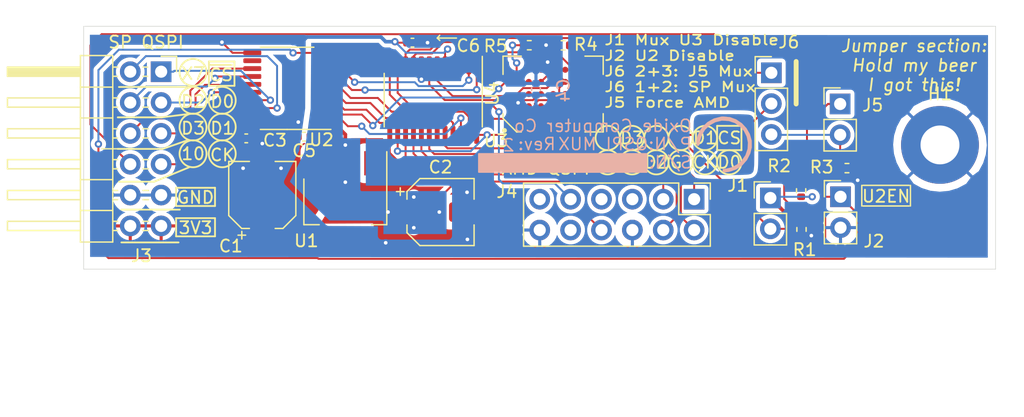
<source format=kicad_pcb>
(kicad_pcb (version 20221018) (generator pcbnew)
  (layers (0 "F.Cu" signal) (31 "B.Cu" signal) (34 "B.Paste" user) (35 "F.Paste" user) (36 "B.SilkS" user "B.Silkscreen") (37 "F.SilkS" user "F.Silkscreen") (38 "B.Mask" user) (39 "F.Mask" user) (44 "Edge.Cuts" user))
  (net 0 "")
  (net 1 "GNDREF")
  (net 2 "+3V3")
  (net 3 "+1V8")
  (net 4 "/~{SPI_MUX_EN_L}")
  (net 5 "/SP_TRANS_EN")
  (net 6 "/SP_QSPI_XTRA10")
  (net 7 "/SP_QSPI_CLK")
  (net 8 "/SP_QSPI_IO3")
  (net 9 "/SP_QSPI_IO1")
  (net 10 "/SP_QSPI_IO2")
  (net 11 "/SP_QSPI_IO0")
  (net 12 "/SP_QSPI_XTRA7")
  (net 13 "/~{SP_QSPI_CS}")
  (net 14 "Net-(J4-Pad11)")
  (net 15 "Net-(J4-Pad10)")
  (net 16 "/SP3_QSPI_IO3")
  (net 17 "/SP3_QSPI_IO2")
  (net 18 "Net-(J4-Pad7)")
  (net 19 "Net-(J4-Pad5)")
  (net 20 "/SP3_QSPI_CLK")
  (net 21 "/SP3_QSPI_IO1")
  (net 22 "/SP3_QSPI_IO0")
  (net 23 "/~{SP3_QSPI_CS}")
  (net 24 "/MANUAL_MUX_SELECT")
  (net 25 "/FLASH_MUX_SELECT")
  (net 26 "/SPI_FLASH_DQ3")
  (net 27 "/~{SP_FLASH_RESET_L_1V8}")
  (net 28 "/SP_FLASH_DQ3_1V8")
  (net 29 "/SP_FLASH_DQ2_1V8")
  (net 30 "/SP_FLASH_DQ1_1V8")
  (net 31 "/SP_FLASH_DQ0_1V8")
  (net 32 "/~{SP_FLASH_CS_L_1V8}")
  (net 33 "/SP_FLASH_CLK_1V8")
  (net 34 "/SPI_FLASH_CLK")
  (net 35 "/~{SPI_FLASH_CS_L}")
  (net 36 "/SPI_FLASH_D0")
  (net 37 "/SPI_FLASH_DQ1")
  (net 38 "/SPI_FLASH_DQ2")
  (net 39 "Net-(U3-Pad3)")
  (net 40 "Net-(U4-PadE5)")
  (net 41 "Net-(U4-PadD5)")
  (net 42 "Net-(U4-PadC5)")
  (net 43 "Net-(U4-PadB5)")
  (net 44 "Net-(U4-PadA5)")
  (net 45 "Net-(U4-PadE4)")
  (net 46 "Net-(U4-PadE3)")
  (net 47 "Net-(U4-PadC3)")
  (net 48 "Net-(U4-PadA3)")
  (net 49 "Net-(U4-PadE2)")
  (net 50 "Net-(U4-PadA2)")
  (net 51 "Net-(U4-PadE1)")
  (net 52 "Net-(U4-PadD1)")
  (net 53 "Net-(U4-PadC1)")
  (net 54 "Net-(U4-PadB1)")
  (net 55 "Net-(U2-Pad12)")
  (net 56 "Net-(U2-Pad9)")
  (footprint "pmod:PMOD_12pin_peripheral_horizontal" (layer "F.Cu") (at 94.94 93.74)
    (fp_text reference "J3")
    (fp_text value "QSPI PMOD")
  )
  (footprint "Package_SO:TSSOP-24_4.4x7.8mm_P0.65mm" (layer "F.Cu") (at 128.75 96.08 -90)
    (fp_text reference "U3")
    (fp_text value "TS3A27518EPW")
  )
  (footprint "Capacitor_SMD:C_0402_1005Metric" (layer "F.Cu") (at 127.04 91.35 180)
    (fp_text reference "C6")
    (fp_text value "1uF")
  )
  (footprint "Connector_PinHeader_2.54mm:PinHeader_2x06_P2.54mm_Vertical" (layer "F.Cu") (at 150.21 104.24 -90)
    (fp_text reference "J4")
    (fp_text value "Connector_Generic_Conn_02x06_Top_Bottom")
  )
  (footprint "Capacitor_SMD:CP_Elec_5x5.3" (layer "F.Cu") (at 129.35 105.3)
    (fp_text reference "C2")
    (fp_text value "10uF")
  )
  (footprint "Capacitor_SMD:CP_Elec_5x5.3" (layer "F.Cu") (at 114.69 103.89 90)
    (fp_text reference "C1")
    (fp_text value "10uF")
  )
  (footprint "Resistor_SMD:R_0402_1005Metric" (layer "F.Cu") (at 159.01 103.53 90)
    (fp_text reference "R2")
    (fp_text value "10k")
  )
  (footprint "Resistor_SMD:R_0402_1005Metric" (layer "F.Cu") (at 136.65 91.56 180)
    (fp_text reference "R5")
    (fp_text value "10k")
  )
  (footprint "Connector_PinHeader_2.54mm:PinHeader_1x02_P2.54mm_Vertical" (layer "F.Cu") (at 162.25 104.04)
    (fp_text reference "J2")
    (fp_text value "Conn_01x02")
  )
  (footprint "Connector_PinHeader_2.54mm:PinHeader_1x02_P2.54mm_Vertical" (layer "F.Cu") (at 162.22 96.4)
    (fp_text reference "J5")
    (fp_text value "Conn_01x02")
  )
  (footprint "Resistor_SMD:R_0402_1005Metric" (layer "F.Cu") (at 159.04 106.73 -90)
    (fp_text reference "R1")
    (fp_text value "10k")
  )
  (footprint "Connector_PinHeader_2.54mm:PinHeader_1x02_P2.54mm_Vertical" (layer "F.Cu") (at 156.48 104.14)
    (fp_text reference "J1")
    (fp_text value "Conn_01x02")
  )
  (footprint "Connector_PinHeader_2.54mm:PinHeader_1x03_P2.54mm_Vertical" (layer "F.Cu") (at 156.56 93.83)
    (fp_text reference "J6")
    (fp_text value "Conn_01x03")
  )
  (footprint "Capacitor_SMD:C_0402_1005Metric" (layer "F.Cu") (at 118.13 99.09 180)
    (fp_text reference "C5")
    (fp_text value "1uF")
  )
  (footprint "MountingHole:MountingHole_3.2mm_M3_Pad" (layer "F.Cu") (at 170.43 99.77)
    (fp_text reference "H1")
    (fp_text value "MountingHole_Pad")
  )
  (footprint "Capacitor_SMD:C_0402_1005Metric" (layer "F.Cu") (at 113.37 99.23)
    (fp_text reference "C3")
    (fp_text value "1uF")
  )
  (footprint "Resistor_SMD:R_0402_1005Metric" (layer "F.Cu") (at 162.78 101.68)
    (fp_text reference "R3")
    (fp_text value "10k")
  )
  (footprint "Package_TO_SOT_SMD:SOT-223" (layer "F.Cu") (at 121.52 104.43 -90)
    (fp_text reference "U1")
    (fp_text value "LM1117-1.8")
  )
  (footprint "Resistor_SMD:R_0402_1005Metric" (layer "F.Cu") (at 139.43 91.57)
    (fp_text reference "R4")
    (fp_text value "10k")
  )
  (footprint "Package_SO:TSSOP-20_4.4x6.5mm_P0.65mm" (layer "F.Cu") (at 116.73 95.11 180)
    (fp_text reference "U2")
    (fp_text value "ADG3308BRUZ")
  )
  (footprint "spimux:BGA-25_5x5_6.0x8.0mm" (layer "F.Cu") (at 138.61 95.58 90)
    (fp_text reference "U4")
    (fp_text value "MT25QU256ABA8E12")
  )
  (footprint "Capacitor_SMD:C_0402_1005Metric" (layer "B.Cu") (at 137.2 95.19 -90)
    (fp_text reference "C4")
    (fp_text value "1uF")
  )
  (footprint "grumpy:Oxide_Board_Identifier_23x6mm" (layer "B.Cu") (at 152.7 99.7 180)
    (fp_text reference "G***" hide)
    (fp_text value "QSPI MUX")
  )
  (gr_circle (center 149.1 101.2) (end 150.1 101.2) (stroke (width 0.15)) (fill none) (layer "F.SilkS"))
  (gr_circle (center 143.1 101.2) (end 144.1 101.2) (stroke (width 0.15)) (fill none) (layer "F.SilkS"))
  (gr_circle (center 145.1 99.2) (end 146.1 99.2) (stroke (width 0.15)) (fill none) (layer "F.SilkS"))
  (gr_circle (center 151.1 101.2) (end 152.1 101.2) (stroke (width 0.15)) (fill none) (layer "F.SilkS"))
  (gr_circle (center 151.1 99.2) (end 152.1 99.2) (stroke (width 0.15)) (fill none) (layer "F.SilkS"))
  (gr_circle (center 147.1 99.2) (end 148.1 99.2) (stroke (width 0.15)) (fill none) (layer "F.SilkS"))
  (gr_circle (center 143.1 99.2) (end 144.1 99.2) (stroke (width 0.15)) (fill none) (layer "F.SilkS"))
  (gr_circle (center 153.1 101.2) (end 154.1 101.2) (stroke (width 0.15)) (fill none) (layer "F.SilkS"))
  (gr_circle (center 145.1 101.2) (end 146.1 101.2) (stroke (width 0.15)) (fill none) (layer "F.SilkS"))
  (gr_circle (center 147.1 101.2) (end 148.1 101.2) (stroke (width 0.15)) (fill none) (layer "F.SilkS"))
  (gr_circle (center 149.1 99.2) (end 150.1 99.2) (stroke (width 0.15)) (fill none) (layer "F.SilkS"))
  (gr_line (start 154.1 98.2) (end 152.1 98.2) (stroke (width 0.15)) (layer "F.SilkS"))
  (gr_line (start 164 104.8) (end 164 103.1) (stroke (width 0.12)) (layer "F.SilkS"))
  (gr_line (start 112.4 92.9) (end 110.3 92.9) (stroke (width 0.15)) (layer "F.SilkS"))
  (gr_circle (center 111.393774 98.3) (end 112.5 98.4) (stroke (width 0.15)) (fill none) (layer "F.SilkS"))
  (gr_circle (center 108.993774 100.5) (end 110.1 100.6) (stroke (width 0.15)) (fill none) (layer "F.SilkS"))
  (gr_circle (center 111.393774 100.5) (end 112.5 100.6) (stroke (width 0.15)) (fill none) (layer "F.SilkS"))
  (gr_line (start 110.8 105.8) (end 110.8 107.3) (stroke (width 0.15)) (layer "F.SilkS"))
  (gr_line (start 110.8 107.3) (end 107.6 107.3) (stroke (width 0.15)) (layer "F.SilkS"))
  (gr_line (start 107.6 107.3) (end 107.6 105.8) (stroke (width 0.15)) (layer "F.SilkS"))
  (gr_line (start 107.6 105.8) (end 110.8 105.8) (stroke (width 0.15)) (layer "F.SilkS"))
  (gr_line (start 102.8 97.5) (end 106.4 97.5) (stroke (width 0.15)) (layer "F.SilkS"))
  (gr_line (start 102.9 102.8) (end 105.8 102.8) (stroke (width 0.15)) (layer "F.SilkS"))
  (gr_line (start 130.66 90.97) (end 129.08 90.97) (stroke (width 0.12)) (layer "F.SilkS"))
  (gr_line (start 102.8 100.1) (end 106.5 100.1) (stroke (width 0.15)) (layer "F.SilkS"))
  (gr_circle (center 108.993774 93.8) (end 110.1 93.9) (stroke (width 0.15)) (fill none) (layer "F.SilkS"))
  (gr_line (start 103.1 107.8) (end 107.8 107.8) (stroke (width 0.15)) (layer "F.SilkS"))
  (gr_line (start 107.6 103.3) (end 110.8 103.3) (stroke (width 0.15)) (layer "F.SilkS"))
  (gr_line (start 103.1 105.1) (end 107.9 105.1) (stroke (width 0.15)) (layer "F.SilkS"))
  (gr_line (start 110.3 94.9) (end 112.4 94.9) (stroke (width 0.15)) (layer "F.SilkS"))
  (gr_line (start 110.3 92.9) (end 110.3 94.9) (stroke (width 0.15)) (layer "F.SilkS"))
  (gr_line (start 152.1 98.2) (end 152.1 100.2) (stroke (width 0.15)) (layer "F.SilkS"))
  (gr_circle (center 111.393774 96.1) (end 112.5 96.2) (stroke (width 0.15)) (fill none) (layer "F.SilkS"))
  (gr_circle (center 108.993774 98.3) (end 110.1 98.4) (stroke (width 0.15)) (fill none) (layer "F.SilkS"))
  (gr_line (start 164.1 103.1) (end 167.9 103.1) (stroke (width 0.12)) (layer "F.SilkS"))
  (gr_line (start 152.1 100.2) (end 154.1 100.2) (stroke (width 0.15)) (layer "F.SilkS"))
  (gr_line (start 168 103.1) (end 168 104.8) (stroke (width 0.12)) (layer "F.SilkS"))
  (gr_line (start 106.5 100.1) (end 108.5 99.4) (stroke (width 0.15)) (layer "F.SilkS"))
  (gr_line (start 158.6 92.9) (end 158.6 96.4) (stroke (width 0.4)) (layer "F.SilkS"))
  (gr_line (start 107.6 104.8) (end 107.6 103.3) (stroke (width 0.15)) (layer "F.SilkS"))
  (gr_circle (center 108.993774 96.1) (end 110.1 96.2) (stroke (width 0.15)) (fill none) (layer "F.SilkS"))
  (gr_line (start 112.4 94.9) (end 112.4 92.9) (stroke (width 0.15)) (layer "F.SilkS"))
  (gr_line (start 154.1 100.2) (end 154.1 98.2) (stroke (width 0.15)) (layer "F.SilkS"))
  (gr_line (start 129.08 90.97) (end 129.29 91.17) (stroke (width 0.12)) (layer "F.SilkS"))
  (gr_line (start 105.8 102.8) (end 108.7 101.6) (stroke (width 0.15)) (layer "F.SilkS"))
  (gr_line (start 110.8 103.3) (end 110.8 104.8) (stroke (width 0.15)) (layer "F.SilkS"))
  (gr_line (start 102.9 95) (end 108.993774 94.989264) (stroke (width 0.15)) (layer "F.SilkS"))
  (gr_line (start 106.4 97.5) (end 108.8 97.2) (stroke (width 0.15)) (layer "F.SilkS"))
  (gr_line (start 110.8 104.8) (end 107.6 104.8) (stroke (width 0.15)) (layer "F.SilkS"))
  (gr_line (start 129.08 90.97) (end 129.28 90.74) (stroke (width 0.12)) (layer "F.SilkS"))
  (gr_line (start 167.9 104.8) (end 164.1 104.8) (stroke (width 0.12)) (layer "F.SilkS"))
  (gr_line (start 175 90) (end 100 90) (stroke (width 0.05)) (layer "Edge.Cuts"))
  (gr_line (start 175 90) (end 175 110) (stroke (width 0.05)) (layer "Edge.Cuts"))
  (gr_line (start 175 110) (end 100 110) (stroke (width 0.05)) (layer "Edge.Cuts"))
  (gr_line (start 100 90) (end 100 110) (stroke (width 0.05)) (layer "Edge.Cuts"))
  (gr_text "D3" (at 145.1 99.2) (layer "F.SilkS") (effects (font (size 1 1))))
  (gr_text "CK" (at 151.1 101.2) (layer "F.SilkS") (effects (font (size 1 1))))
  (gr_text "CS" (at 153.1 99.2) (layer "F.SilkS") (effects (font (size 1 1))))
  (gr_text "G " (at 143.1 101.2) (layer "F.SilkS") (effects (font (size 1 1))))
  (gr_text "D1" (at 151.1 99.2) (layer "F.SilkS") (effects (font (size 1 1))))
  (gr_text "G " (at 149.1 101.2) (layer "F.SilkS") (effects (font (size 1 1))))
  (gr_text "D2" (at 147.1 101.2) (layer "F.SilkS") (effects (font (size 1 1))))
  (gr_text "D0" (at 153.1 101.2) (layer "F.SilkS") (effects (font (size 1 1))))
  (gr_text "J1 Mux U3 Disable\nJ2 U2 Disable\nJ6 2+3: J5 Mux\nJ6 1+2: SP Mux\nJ5 Force AMD\n" (at 142.74 93.71) (layer "F.SilkS") (effects (font (size 0.8 1)) (justify left)))
  (gr_text "D1" (at 111.4 98.4) (layer "F.SilkS") (effects (font (size 1 1))))
  (gr_text "3V3" (at 109.2 106.6) (layer "F.SilkS") (effects (font (size 1 1))))
  (gr_text "GND" (at 109.2 104.1) (layer "F.SilkS") (effects (font (size 1 1))))
  (gr_text "Jumper section:\nHold my beer\nI got this!" (at 168.3 93.22) (layer "F.SilkS") (effects (font (size 1 1) (thickness 0.15) italic)))
  (gr_text "10" (at 109 100.5) (layer "F.SilkS") (effects (font (size 1 1))))
  (gr_text "D2" (at 109 96.2) (layer "F.SilkS") (effects (font (size 1 1))))
  (gr_text "SP QSPI" (at 105.13 91.31) (layer "F.SilkS") (effects (font (size 1 1))))
  (gr_text "CK" (at 111.4 100.6) (layer "F.SilkS") (effects (font (size 1 1))))
  (gr_text "~{CS}" (at 111.3 94) (layer "F.SilkS") (effects (font (size 1 1))))
  (gr_text "U2EN" (at 166 104) (layer "F.SilkS") (effects (font (size 1 1))))
  (gr_text "D3" (at 109 98.4) (layer "F.SilkS") (effects (font (size 1 1))))
  (gr_text "X7" (at 109 93.9) (layer "F.SilkS") (effects (font (size 1 1))))
  (gr_text "D0" (at 111.4 96.2) (layer "F.SilkS") (effects (font (size 1 1))))
  (gr_text "AMD QSPI" (at 138 101.7) (layer "F.SilkS") (effects (font (size 1 1))))
  (segment (start 159.04 107.24) (end 159.85 107.24) (width 0.16) (layer "F.Cu") (net 1))
  (segment (start 125.68 91.35) (end 125.6 91.27) (width 0.16) (layer "F.Cu") (net 1))
  (segment (start 112.245 92.185) (end 111.37 91.31) (width 0.16) (layer "F.Cu") (net 1))
  (segment (start 163.29 102.31) (end 163.66 102.68) (width 0.16) (layer "F.Cu") (net 1))
  (segment (start 137.61 95.58) (end 137.452494 95.58) (width 0.16) (layer "F.Cu") (net 1))
  (segment (start 114.69 101.69) (end 113.11 101.69) (width 0.3) (layer "F.Cu") (net 1))
  (segment (start 114.69 101.69) (end 116.23 101.69) (width 0.3) (layer "F.Cu") (net 1))
  (segment (start 163.29 101.68) (end 163.29 102.31) (width 0.16) (layer "F.Cu") (net 1))
  (segment (start 117.65 99.09) (end 117.65 97.89) (width 0.16) (layer "F.Cu") (net 1))
  (segment (start 135.95 96.08) (end 135.73 96.3) (width 0.16) (layer "F.Cu") (net 1))
  (segment (start 129.725 92.085) (end 129.93 91.88) (width 0.16) (layer "F.Cu") (net 1))
  (segment (start 114.69 101.69) (end 114.69 99.66) (width 0.3) (layer "F.Cu") (net 1))
  (segment (start 113.85 99.23) (end 114.26 99.23) (width 0.16) (layer "F.Cu") (net 1))
  (segment (start 129.725 93.2175) (end 129.725 92.085) (width 0.16) (layer "F.Cu") (net 1))
  (segment (start 114.26 99.23) (end 114.69 99.66) (width 0.16) (layer "F.Cu") (net 1))
  (segment (start 113.8675 92.185) (end 112.245 92.185) (width 0.16) (layer "F.Cu") (net 1))
  (segment (start 126.56 91.35) (end 125.68 91.35) (width 0.16) (layer "F.Cu") (net 1))
  (segment (start 136.952494 96.08) (end 135.95 96.08) (width 0.16) (layer "F.Cu") (net 1))
  (segment (start 137.452494 95.58) (end 136.952494 96.08) (width 0.16) (layer "F.Cu") (net 1))
  (via (at 163.66 102.68) (size 0.6) (drill 0.3) (layers "F.Cu" "B.Cu") (net 1))
  (via (at 159.85 107.24) (size 0.6) (drill 0.3) (layers "F.Cu" "B.Cu") (net 1))
  (via (at 111.37 91.31) (size 0.6) (drill 0.3) (layers "F.Cu" "B.Cu") (net 1))
  (via (at 113.11 101.69) (size 0.6) (drill 0.3) (layers "F.Cu" "B.Cu") (net 1))
  (via (at 131.53 103.67) (size 0.6) (drill 0.3) (layers "F.Cu" "B.Cu") (net 1))
  (via (at 114.69 99.66) (size 0.6) (drill 0.3) (layers "F.Cu" "B.Cu") (net 1))
  (via (at 129.93 91.88) (size 0.6) (drill 0.3) (layers "F.Cu" "B.Cu") (net 1))
  (via (at 124.84 107.83) (size 0.6) (drill 0.3) (layers "F.Cu" "B.Cu") (net 1))
  (via (at 135.73 96.3) (size 0.6) (drill 0.3) (layers "F.Cu" "B.Cu") (net 1))
  (via (at 116.23 101.69) (size 0.6) (drill 0.3) (layers "F.Cu" "B.Cu") (net 1))
  (via (at 131.56 107.55) (size 0.6) (drill 0.3) (layers "F.Cu" "B.Cu") (net 1))
  (via (at 117.65 97.89) (size 0.6) (drill 0.3) (layers "F.Cu" "B.Cu") (net 1))
  (via (at 125.6 91.27) (size 0.6) (drill 0.3) (layers "F.Cu" "B.Cu") (net 1))
  (segment (start 118.355001 90.884999) (end 124.454999 90.884999) (width 0.3) (layer "B.Cu") (net 1))
  (segment (start 125.6 91.27) (end 126.509999 92.179999) (width 0.16) (layer "B.Cu") (net 1))
  (segment (start 129.630001 92.179999) (end 129.93 91.88) (width 0.16) (layer "B.Cu") (net 1))
  (segment (start 117.88 91.36) (end 118.355001 90.884999) (width 0.3) (layer "B.Cu") (net 1))
  (segment (start 124.84 91.27) (end 125.6 91.27) (width 0.3) (layer "B.Cu") (net 1))
  (segment (start 124.454999 90.884999) (end 124.84 91.27) (width 0.3) (layer "B.Cu") (net 1))
  (segment (start 126.509999 92.179999) (end 129.630001 92.179999) (width 0.16) (layer "B.Cu") (net 1))
  (segment (start 113.77 98.67) (end 113.8675 98.5725) (width 0.16) (layer "F.Cu") (net 2))
  (segment (start 116.814998 106.09) (end 119.379999 108.655001) (width 0.16) (layer "F.Cu") (net 2))
  (segment (start 113.01 98.67) (end 113.77 98.67) (width 0.16) (layer "F.Cu") (net 2))
  (segment (start 158.39 104.99) (end 157.62 104.22) (width 0.16) (layer "F.Cu") (net 2))
  (segment (start 160.37 104.99) (end 158.39 104.99) (width 0.16) (layer "F.Cu") (net 2))
  (segment (start 157.62 104.22) (end 157.62 102.25) (width 0.16) (layer "F.Cu") (net 2))
  (segment (start 160.99 107.856706) (end 160.99 105.61) (width 0.16) (layer "F.Cu") (net 2))
  (segment (start 119.544999 108.820001) (end 119.554998 108.83) (width 0.16) (layer "F.Cu") (net 2))
  (segment (start 119.379999 108.772001) (end 119.427999 108.820001) (width 0.16) (layer "F.Cu") (net 2))
  (segment (start 159.49 98.12) (end 161.21 96.4) (width 0.16) (layer "F.Cu") (net 2))
  (segment (start 112.89 98.79) (end 113.01 98.67) (width 0.16) (layer "F.Cu") (net 2))
  (segment (start 161.21 96.4) (end 162.22 96.4) (width 0.16) (layer "F.Cu") (net 2))
  (segment (start 160.99 105.61) (end 160.37 104.99) (width 0.16) (layer "F.Cu") (net 2))
  (segment (start 113.8675 98.5725) (end 113.8675 98.035) (width 0.16) (layer "F.Cu") (net 2))
  (segment (start 112.89 99.23) (end 112.89 98.79) (width 0.16) (layer "F.Cu") (net 2))
  (segment (start 119.427999 108.820001) (end 119.544999 108.820001) (width 0.16) (layer "F.Cu") (net 2))
  (segment (start 157.62 102.25) (end 159.49 100.38) (width 0.16) (layer "F.Cu") (net 2))
  (segment (start 160.016706 108.83) (end 160.99 107.856706) (width 0.16) (layer "F.Cu") (net 2))
  (segment (start 119.554998 108.83) (end 160.016706 108.83) (width 0.16) (layer "F.Cu") (net 2))
  (segment (start 159.49 100.38) (end 159.49 98.12) (width 0.16) (layer "F.Cu") (net 2))
  (segment (start 119.379999 108.655001) (end 119.379999 108.772001) (width 0.16) (layer "F.Cu") (net 2))
  (segment (start 127.52 91.35) (end 128.28 91.35) (width 0.16) (layer "F.Cu") (net 3))
  (segment (start 156.48 104.14) (end 157.81 105.47) (width 0.3) (layer "F.Cu") (net 3))
  (segment (start 160.569989 105.939989) (end 160.569989 107.725159) (width 0.3) (layer "F.Cu") (net 3))
  (segment (start 159.01 104.04) (end 159.92 104.04) (width 0.16) (layer "F.Cu") (net 3))
  (segment (start 129.25 104.15) (end 129.25 105.3) (width 0.16) (layer "F.Cu") (net 3))
  (segment (start 121.52 99.78) (end 121.52 98.91) (width 0.3) (layer "F.Cu") (net 3))
  (segment (start 138.91 91.56) (end 138.040033 91.56) (width 0.5) (layer "F.Cu") (net 3))
  (segment (start 127.15 105.3) (end 125.03 105.3) (width 0.3) (layer "F.Cu") (net 3))
  (segment (start 120.645 98.035) (end 119.5925 98.035) (width 0.3) (layer "F.Cu") (net 3))
  (segment (start 137.61 94.58) (end 138.12 94.07) (width 0.16) (layer "F.Cu") (net 3))
  (segment (start 133.71 103.61) (end 133.22 103.12) (width 0.16) (layer "F.Cu") (net 3))
  (segment (start 160.1 105.47) (end 160.569989 105.939989) (width 0.3) (layer "F.Cu") (net 3))
  (segment (start 121.52 101.28) (end 121.52 99.78) (width 0.3) (layer "F.Cu") (net 3))
  (segment (start 133.71 108.29) (end 133.71 103.61) (width 0.16) (layer "F.Cu") (net 3))
  (segment (start 130.28 103.12) (end 129.25 104.15) (width 0.16) (layer "F.Cu") (net 3))
  (segment (start 137.16 91.56) (end 138.019967 91.56) (width 0.5) (layer "F.Cu") (net 3))
  (segment (start 127.15 105.3) (end 127.15 104.06) (width 0.3) (layer "F.Cu") (net 3))
  (segment (start 160.569989 107.725159) (end 159.990147 108.305001) (width 0.3) (layer "F.Cu") (net 3))
  (segment (start 121.52 98.91) (end 120.645 98.035) (width 0.3) (layer "F.Cu") (net 3))
  (segment (start 159.990147 108.305001) (end 133.725001 108.305001) (width 0.3) (layer "F.Cu") (net 3))
  (segment (start 138.019967 91.56) (end 138.03 91.549967) (width 0.5) (layer "F.Cu") (net 3))
  (segment (start 138.12 94.07) (end 138.12 92.99) (width 0.16) (layer "F.Cu") (net 3))
  (segment (start 121.52 101.28) (end 121.52 102.84) (width 0.3) (layer "F.Cu") (net 3))
  (segment (start 118.61 99.09) (end 120.23 99.09) (width 0.16) (layer "F.Cu") (net 3))
  (segment (start 127.775 93.2175) (end 127.775 94.365022) (width 0.16) (layer "F.Cu") (net 3))
  (segment (start 127.15 105.3) (end 129.25 105.3) (width 0.3) (layer "F.Cu") (net 3))
  (segment (start 157.81 105.47) (end 160.1 105.47) (width 0.3) (layer "F.Cu") (net 3))
  (segment (start 127.15 105.3) (end 127.15 106.59) (width 0.3) (layer "F.Cu") (net 3))
  (segment (start 120.23 99.09) (end 120.92 99.78) (width 0.16) (layer "F.Cu") (net 3))
  (segment (start 133.22 103.12) (end 130.28 103.12) (width 0.16) (layer "F.Cu") (net 3))
  (segment (start 120.92 99.78) (end 121.52 99.78) (width 0.16) (layer "F.Cu") (net 3))
  (segment (start 138.040033 91.56) (end 138.03 91.549967) (width 0.5) (layer "F.Cu") (net 3))
  (via (at 128.28 91.35) (size 0.6) (drill 0.3) (layers "F.Cu" "B.Cu") (net 3))
  (via (at 121.52 102.84) (size 0.6) (drill 0.3) (layers "F.Cu" "B.Cu") (net 3))
  (via (at 121.52 99.78) (size 0.6) (drill 0.3) (layers "F.Cu" "B.Cu") (net 3))
  (via (at 127.775 94.365022) (size 0.6) (drill 0.3) (layers "F.Cu" "B.Cu") (net 3))
  (via (at 138.160011 92.949989) (size 0.6) (drill 0.3) (layers "F.Cu" "B.Cu") (net 3))
  (via (at 159.92 104.04) (size 0.6) (drill 0.3) (layers "F.Cu" "B.Cu") (net 3))
  (via (at 127.15 104.06) (size 0.6) (drill 0.3) (layers "F.Cu" "B.Cu") (net 3))
  (via (at 129.25 105.3) (size 0.6) (drill 0.3) (layers "F.Cu" "B.Cu") (net 3))
  (via (at 138.03 91.549967) (size 0.6) (drill 0.3) (layers "F.Cu" "B.Cu") (net 3))
  (via (at 125.03 105.3) (size 0.6) (drill 0.3) (layers "F.Cu" "B.Cu") (net 3))
  (via (at 127.15 106.59) (size 0.6) (drill 0.3) (layers "F.Cu" "B.Cu") (net 3))
  (segment (start 159.92 104.04) (end 156.58 104.04) (width 0.16) (layer "B.Cu") (net 3))
  (segment (start 138.035001 91.565001) (end 138.035001 92.824979) (width 0.5) (layer "B.Cu") (net 3))
  (segment (start 149.85 100.05) (end 156.48 106.68) (width 0.16) (layer "F.Cu") (net 4))
  (segment (start 156.48 106.68) (end 157.74 106.68) (width 0.16) (layer "F.Cu") (net 4))
  (segment (start 129.725 98.9425) (end 129.725 99.845) (width 0.16) (layer "F.Cu") (net 4))
  (segment (start 129.93 100.05) (end 149.85 100.05) (width 0.16) (layer "F.Cu") (net 4))
  (segment (start 158.2 106.22) (end 159.04 106.22) (width 0.16) (layer "F.Cu") (net 4))
  (segment (start 157.74 106.68) (end 158.2 106.22) (width 0.16) (layer "F.Cu") (net 4))
  (segment (start 129.725 99.845) (end 129.93 100.05) (width 0.16) (layer "F.Cu") (net 4))
  (segment (start 162.25 104.04) (end 161.04 104.04) (width 0.16) (layer "F.Cu") (net 5))
  (segment (start 101.21 108.27) (end 102.03001 109.09001) (width 0.16) (layer "F.Cu") (net 5))
  (segment (start 101.21 99.7) (end 101.21 108.27) (width 0.16) (layer "F.Cu") (net 5))
  (segment (start 117.22 92.19) (end 119.5875 92.19) (width 0.16) (layer "F.Cu") (net 5))
  (segment (start 163.61 108.07) (end 163.61 105.4) (width 0.16) (layer "F.Cu") (net 5))
  (segment (start 119.245445 109.09001) (end 119.305446 109.150011) (width 0.16) (layer "F.Cu") (net 5))
  (segment (start 102.03001 109.09001) (end 119.245445 109.09001) (width 0.16) (layer "F.Cu") (net 5))
  (segment (start 160.02 103.02) (end 159.01 103.02) (width 0.16) (layer "F.Cu") (net 5))
  (segment (start 163.61 105.4) (end 162.25 104.04) (width 0.16) (layer "F.Cu") (net 5))
  (segment (start 161.04 104.04) (end 160.02 103.02) (width 0.16) (layer "F.Cu") (net 5))
  (segment (start 119.305446 109.150011) (end 162.529989 109.150011) (width 0.16) (layer "F.Cu") (net 5))
  (segment (start 162.529989 109.150011) (end 163.61 108.07) (width 0.16) (layer "F.Cu") (net 5))
  (via (at 117.22 92.19) (size 0.6) (drill 0.3) (layers "F.Cu" "B.Cu") (net 5))
  (via (at 101.21 99.7) (size 0.6) (drill 0.3) (layers "F.Cu" "B.Cu") (net 5))
  (segment (start 116.96 91.93) (end 117.22 92.19) (width 0.16) (layer "B.Cu") (net 5))
  (segment (start 102.89 91.93) (end 116.96 91.93) (width 0.16) (layer "B.Cu") (net 5))
  (segment (start 101.21 93.61) (end 102.89 91.93) (width 0.16) (layer "B.Cu") (net 5))
  (segment (start 101.21 99.7) (end 101.21 93.61) (width 0.16) (layer "B.Cu") (net 5))
  (segment (start 151.84 90.65) (end 155.02 93.83) (width 0.16) (layer "F.Cu") (net 6))
  (segment (start 155.02 93.83) (end 156.56 93.83) (width 0.16) (layer "F.Cu") (net 6))
  (segment (start 101.48 90.65) (end 151.84 90.65) (width 0.16) (layer "F.Cu") (net 6))
  (segment (start 100.55 98.08) (end 100.55 91.58) (width 0.16) (layer "F.Cu") (net 6))
  (segment (start 103.83 101.36) (end 100.55 98.08) (width 0.16) (layer "F.Cu") (net 6))
  (segment (start 100.55 91.58) (end 101.48 90.65) (width 0.16) (layer "F.Cu") (net 6))
  (segment (start 106.37 101.36) (end 107.66 101.36) (width 0.16) (layer "F.Cu") (net 7))
  (segment (start 111.635 97.385) (end 113.8675 97.385) (width 0.16) (layer "F.Cu") (net 7))
  (segment (start 107.66 101.36) (end 111.635 97.385) (width 0.16) (layer "F.Cu") (net 7))
  (segment (start 105.06 97.59) (end 108.01 97.59) (width 0.16) (layer "F.Cu") (net 8))
  (segment (start 103.83 98.82) (end 105.06 97.59) (width 0.16) (layer "F.Cu") (net 8))
  (segment (start 108.77 96.83) (end 108.77 95.3) (width 0.16) (layer "F.Cu") (net 8))
  (segment (start 110.585 93.485) (end 113.8675 93.485) (width 0.16) (layer "F.Cu") (net 8))
  (segment (start 108.77 95.3) (end 110.585 93.485) (width 0.16) (layer "F.Cu") (net 8))
  (segment (start 108.01 97.59) (end 108.77 96.83) (width 0.16) (layer "F.Cu") (net 8))
  (segment (start 113.13 94.785) (end 113.8675 94.785) (width 0.16) (layer "F.Cu") (net 9))
  (segment (start 106.37 98.82) (end 108.18 98.82) (width 0.16) (layer "F.Cu") (net 9))
  (segment (start 108.18 98.82) (end 109.2 97.8) (width 0.16) (layer "F.Cu") (net 9))
  (segment (start 109.2 97.8) (end 109.2 95.6) (width 0.16) (layer "F.Cu") (net 9))
  (segment (start 109.2 95.6) (end 109.976999 94.823001) (width 0.16) (layer "F.Cu") (net 9))
  (segment (start 109.976999 94.823001) (end 113.091999 94.823001) (width 0.16) (layer "F.Cu") (net 9))
  (segment (start 113.091999 94.823001) (end 113.13 94.785) (width 0.16) (layer "F.Cu") (net 9))
  (segment (start 113.8675 94.135) (end 110.954996 94.135) (width 0.16) (layer "F.Cu") (net 10))
  (segment (start 110.954996 94.135) (end 110.799996 94.29) (width 0.16) (layer "F.Cu") (net 10))
  (via (at 110.799996 94.29) (size 0.6) (drill 0.3) (layers "F.Cu" "B.Cu") (net 10))
  (segment (start 110.124997 94.964999) (end 110.799996 94.29) (width 0.16) (layer "B.Cu") (net 10))
  (segment (start 103.83 96.28) (end 105.145001 94.964999) (width 0.16) (layer "B.Cu") (net 10))
  (segment (start 105.145001 94.964999) (end 110.124997 94.964999) (width 0.16) (layer "B.Cu") (net 10))
  (segment (start 113.8675 95.435) (end 110.395 95.435) (width 0.16) (layer "F.Cu") (net 11))
  (via (at 110.504489 95.455116) (size 0.6) (drill 0.3) (layers "F.Cu" "B.Cu") (net 11))
  (segment (start 106.37 96.28) (end 109.679605 96.28) (width 0.16) (layer "B.Cu") (net 11))
  (segment (start 109.679605 96.28) (end 110.504489 95.455116) (width 0.16) (layer "B.Cu") (net 11))
  (segment (start 113.8675 96.735) (end 115.905 96.735) (width 0.16) (layer "F.Cu") (net 12))
  (via (at 115.905 96.735) (size 0.6) (drill 0.3) (layers "F.Cu" "B.Cu") (net 12))
  (segment (start 115.905 93.265) (end 115.1 92.46) (width 0.16) (layer "B.Cu") (net 12))
  (segment (start 105.11 92.46) (end 103.83 93.74) (width 0.16) (layer "B.Cu") (net 12))
  (segment (start 115.905 96.735) (end 115.905 93.265) (width 0.16) (layer "B.Cu") (net 12))
  (segment (start 115.1 92.46) (end 105.11 92.46) (width 0.16) (layer "B.Cu") (net 12))
  (segment (start 113.8675 96.085) (end 115.355 96.085) (width 0.16) (layer "F.Cu") (net 13))
  (via (at 115.355 96.085) (size 0.6) (drill 0.3) (layers "F.Cu" "B.Cu") (net 13))
  (segment (start 107.453002 93.666998) (end 107.38 93.74) (width 0.16) (layer "B.Cu") (net 13))
  (segment (start 107.38 93.74) (end 106.37 93.74) (width 0.16) (layer "B.Cu") (net 13))
  (segment (start 112.936998 93.666998) (end 107.453002 93.666998) (width 0.16) (layer "B.Cu") (net 13))
  (segment (start 115.355 96.085) (end 112.936998 93.666998) (width 0.16) (layer "B.Cu") (net 13))
  (segment (start 133.516989 96.406989) (end 134.15 97.04) (width 0.16) (layer "F.Cu") (net 16))
  (segment (start 125.825 93.2175) (end 125.825 95.485) (width 0.16) (layer "F.Cu") (net 16))
  (segment (start 125.825 95.485) (end 126.746989 96.406989) (width 0.16) (layer "F.Cu") (net 16))
  (segment (start 126.746989 96.406989) (end 133.516989 96.406989) (width 0.16) (layer "F.Cu") (net 16))
  (via (at 134.15 97.04) (size 0.6) (drill 0.3) (layers "F.Cu" "B.Cu") (net 16))
  (segment (start 134.15 102.62) (end 134.47 102.94) (width 0.16) (layer "B.Cu") (net 16))
  (segment (start 134.47 102.94) (end 138.75 102.94) (width 0.16) (layer "B.Cu") (net 16))
  (segment (start 134.15 97.04) (end 134.15 102.62) (width 0.16) (layer "B.Cu") (net 16))
  (segment (start 138.75 102.94) (end 140.05 104.24) (width 0.16) (layer "B.Cu") (net 16))
  (segment (start 127.541156 102.79) (end 140.95 102.79) (width 0.16) (layer "F.Cu") (net 17))
  (segment (start 125.175 100.423844) (end 127.541156 102.79) (width 0.16) (layer "F.Cu") (net 17))
  (segment (start 141.31 103.15) (end 141.31 105.5) (width 0.16) (layer "F.Cu") (net 17))
  (segment (start 140.95 102.79) (end 141.31 103.15) (width 0.16) (layer "F.Cu") (net 17))
  (segment (start 141.31 105.5) (end 142.59 106.78) (width 0.16) (layer "F.Cu") (net 17))
  (segment (start 125.175 98.9425) (end 125.175 100.423844) (width 0.16) (layer "F.Cu") (net 17))
  (segment (start 127.125 98.9425) (end 127.125 100.475) (width 0.16) (layer "F.Cu") (net 20))
  (segment (start 127.125 100.475) (end 128.3 101.65) (width 0.16) (layer "F.Cu") (net 20))
  (segment (start 128.3 101.65) (end 147.31 101.65) (width 0.16) (layer "F.Cu") (net 20))
  (segment (start 148.77 103.11) (end 148.77 105.68) (width 0.16) (layer "F.Cu") (net 20))
  (segment (start 147.31 101.65) (end 148.77 103.11) (width 0.16) (layer "F.Cu") (net 20))
  (segment (start 148.77 105.68) (end 147.67 106.78) (width 0.16) (layer "F.Cu") (net 20))
  (segment (start 126.475 100.705) (end 127.97 102.2) (width 0.16) (layer "F.Cu") (net 21))
  (segment (start 147.67 102.84) (end 147.67 104.24) (width 0.16) (layer "F.Cu") (net 21))
  (segment (start 127.97 102.2) (end 147.03 102.2) (width 0.16) (layer "F.Cu") (net 21))
  (segment (start 126.475 98.9425) (end 126.475 100.705) (width 0.16) (layer "F.Cu") (net 21))
  (segment (start 147.03 102.2) (end 147.67 102.84) (width 0.16) (layer "F.Cu") (net 21))
  (segment (start 127.775 100.285) (end 128.57 101.08) (width 0.16) (layer "F.Cu") (net 22))
  (segment (start 149.12 105.69) (end 150.21 106.78) (width 0.16) (layer "F.Cu") (net 22))
  (segment (start 127.775 98.9425) (end 127.775 100.285) (width 0.16) (layer "F.Cu") (net 22))
  (segment (start 149.12 102.69) (end 149.12 105.69) (width 0.16) (layer "F.Cu") (net 22))
  (segment (start 147.51 101.08) (end 149.12 102.69) (width 0.16) (layer "F.Cu") (net 22))
  (segment (start 128.57 101.08) (end 147.51 101.08) (width 0.16) (layer "F.Cu") (net 22))
  (segment (start 128.425 98.9425) (end 128.425 100.115) (width 0.16) (layer "F.Cu") (net 23))
  (segment (start 150.21 102.48) (end 150.21 104.24) (width 0.16) (layer "F.Cu") (net 23))
  (segment (start 128.425 100.115) (end 128.83 100.52) (width 0.16) (layer "F.Cu") (net 23))
  (segment (start 148.25 100.52) (end 150.21 102.48) (width 0.16) (layer "F.Cu") (net 23))
  (segment (start 128.83 100.52) (end 148.25 100.52) (width 0.16) (layer "F.Cu") (net 23))
  (segment (start 162.22 98.94) (end 162.22 101.63) (width 0.16) (layer "F.Cu") (net 24))
  (segment (start 162.22 98.94) (end 156.59 98.94) (width 0.16) (layer "B.Cu") (net 24))
  (segment (start 133.1775 98.9425) (end 153.9875 98.9425) (width 0.16) (layer "F.Cu") (net 25))
  (segment (start 132.325 98.9425) (end 133.1775 98.9425) (width 0.16) (layer "F.Cu") (net 25))
  (segment (start 125.825 100.195) (end 125.825 100.265) (width 0.16) (layer "F.Cu") (net 25))
  (segment (start 125.825 98.9425) (end 125.825 100.195) (width 0.16) (layer "F.Cu") (net 25))
  (segment (start 153.9875 98.9425) (end 156.56 96.37) (width 0.16) (layer "F.Cu") (net 25))
  (segment (start 125.825 100.265) (end 125.81 100.28) (width 0.16) (layer "F.Cu") (net 25))
  (via (at 125.81 100.28) (size 0.6) (drill 0.3) (layers "F.Cu" "B.Cu") (net 25))
  (via (at 133.1775 98.9425) (size 0.6) (drill 0.3) (layers "F.Cu" "B.Cu") (net 25))
  (segment (start 133.1775 98.9425) (end 131.84 100.28) (width 0.16) (layer "B.Cu") (net 25))
  (segment (start 131.84 100.28) (end 125.81 100.28) (width 0.16) (layer "B.Cu") (net 25))
  (segment (start 139.34 96.08) (end 141.16 96.08) (width 0.16) (layer "F.Cu") (net 26))
  (segment (start 137.90081 92.409988) (end 137.850797 92.460001) (width 0.16) (layer "F.Cu") (net 26))
  (segment (start 130.665789 92.189211) (end 130.375 92.48) (width 0.16) (layer "F.Cu") (net 26))
  (segment (start 141.53 92.33) (end 140.77 91.57) (width 0.16) (layer "F.Cu") (net 26))
  (segment (start 141.53 95.71) (end 141.53 92.33) (width 0.16) (layer "F.Cu") (net 26))
  (segment (start 132.819211 92.189211) (end 130.665789 92.189211) (width 0.16) (layer "F.Cu") (net 26))
  (segment (start 133.09 92.46) (end 132.819211 92.189211) (width 0.16) (layer "F.Cu") (net 26))
  (segment (start 140.77 91.57) (end 139.94 91.57) (width 0.16) (layer "F.Cu") (net 26))
  (segment (start 139.119999 93.110775) (end 138.419212 92.409988) (width 0.16) (layer "F.Cu") (net 26))
  (segment (start 139.61 94.58) (end 139.119999 94.089999) (width 0.16) (layer "F.Cu") (net 26))
  (segment (start 139.11 95.08) (end 139.11 95.85) (width 0.16) (layer "F.Cu") (net 26))
  (segment (start 130.375 92.48) (end 130.375 93.2175) (width 0.16) (layer "F.Cu") (net 26))
  (segment (start 137.850797 92.460001) (end 133.09 92.46) (width 0.16) (layer "F.Cu") (net 26))
  (segment (start 139.61 94.58) (end 139.11 95.08) (width 0.16) (layer "F.Cu") (net 26))
  (segment (start 138.419212 92.409988) (end 137.90081 92.409988) (width 0.16) (layer "F.Cu") (net 26))
  (segment (start 141.16 96.08) (end 141.53 95.71) (width 0.16) (layer "F.Cu") (net 26))
  (segment (start 139.11 95.85) (end 139.34 96.08) (width 0.16) (layer "F.Cu") (net 26))
  (segment (start 139.119999 94.089999) (end 139.119999 93.110775) (width 0.16) (layer "F.Cu") (net 26))
  (segment (start 136.14 91.56) (end 135.27 91.56) (width 0.16) (layer "F.Cu") (net 27))
  (segment (start 122.87 97.27) (end 123.78 98.18) (width 0.16) (layer "F.Cu") (net 27))
  (segment (start 121.32 97.27) (end 122.87 97.27) (width 0.16) (layer "F.Cu") (net 27))
  (segment (start 134.14 95.14) (end 134.7 94.58) (width 0.16) (layer "F.Cu") (net 27))
  (segment (start 134.7 94.58) (end 136.61 94.58) (width 0.16) (layer "F.Cu") (net 27))
  (segment (start 135.61 93.02) (end 135.61 94.56) (width 0.16) (layer "F.Cu") (net 27))
  (segment (start 120.785 96.735) (end 121.32 97.27) (width 0.16) (layer "F.Cu") (net 27))
  (segment (start 119.5925 96.735) (end 120.785 96.735) (width 0.16) (layer "F.Cu") (net 27))
  (via (at 135.27 91.56) (size 0.6) (drill 0.3) (layers "F.Cu" "B.Cu") (net 27))
  (via (at 134.14 95.14) (size 0.6) (drill 0.3) (layers "F.Cu" "B.Cu") (net 27))
  (via (at 123.78 98.18) (size 0.6) (drill 0.3) (layers "F.Cu" "B.Cu") (net 27))
  (via (at 135.61 93.02) (size 0.6) (drill 0.3) (layers "F.Cu" "B.Cu") (net 27))
  (segment (start 134.14 95.14) (end 133.41 95.87) (width 0.16) (layer "B.Cu") (net 27))
  (segment (start 135.27 92.68) (end 135.61 93.02) (width 0.16) (layer "B.Cu") (net 27))
  (segment (start 135.27 91.56) (end 135.27 92.68) (width 0.16) (layer "B.Cu") (net 27))
  (segment (start 133.41 95.87) (end 126.09 95.87) (width 0.16) (layer "B.Cu") (net 27))
  (segment (start 126.09 95.87) (end 123.78 98.18) (width 0.16) (layer "B.Cu") (net 27))
  (segment (start 131.675 93.2175) (end 131.675 94.435) (width 0.16) (layer "F.Cu") (net 28))
  (segment (start 121.18 93.5) (end 119.6075 93.5) (width 0.16) (layer "F.Cu") (net 28))
  (segment (start 122.285 94.605) (end 121.18 93.5) (width 0.16) (layer "F.Cu") (net 28))
  (via (at 131.675 94.435) (size 0.6) (drill 0.3) (layers "F.Cu" "B.Cu") (net 28))
  (via (at 122.285 94.605) (size 0.6) (drill 0.3) (layers "F.Cu" "B.Cu") (net 28))
  (segment (start 122.285 94.605) (end 127.224584 94.605) (width 0.16) (layer "B.Cu") (net 28))
  (segment (start 131.184983 94.925017) (end 131.675 94.435) (width 0.16) (layer "B.Cu") (net 28))
  (segment (start 127.544599 94.925017) (end 131.184983 94.925017) (width 0.16) (layer "B.Cu") (net 28))
  (segment (start 127.224584 94.605) (end 127.544599 94.925017) (width 0.16) (layer "B.Cu") (net 28))
  (segment (start 123.14 95.25) (end 122.06 95.25) (width 0.16) (layer "F.Cu") (net 29))
  (segment (start 122.06 95.25) (end 120.945 94.135) (width 0.16) (layer "F.Cu") (net 29))
  (segment (start 132.325 93.2175) (end 132.325 95.21699) (width 0.16) (layer "F.Cu") (net 29))
  (segment (start 120.945 94.135) (end 119.5925 94.135) (width 0.16) (layer "F.Cu") (net 29))
  (via (at 123.14 95.25) (size 0.6) (drill 0.3) (layers "F.Cu" "B.Cu") (net 29))
  (via (at 132.325 95.21699) (size 0.6) (drill 0.3) (layers "F.Cu" "B.Cu") (net 29))
  (segment (start 123.14 95.25) (end 132.3 95.25) (width 0.16) (layer "B.Cu") (net 29))
  (segment (start 131.256013 97.033011) (end 131.675 97.451998) (width 0.16) (layer "F.Cu") (net 30))
  (segment (start 119.5975 94.78) (end 120.83 94.78) (width 0.16) (layer "F.Cu") (net 30))
  (segment (start 120.83 94.78) (end 121.955 95.905) (width 0.16) (layer "F.Cu") (net 30))
  (segment (start 125.323011 97.033011) (end 131.256013 97.033011) (width 0.16) (layer "F.Cu") (net 30))
  (segment (start 131.675 97.451998) (end 131.675 98.9425) (width 0.16) (layer "F.Cu") (net 30))
  (segment (start 121.955 95.905) (end 124.195 95.905) (width 0.16) (layer "F.Cu") (net 30))
  (segment (start 124.195 95.905) (end 125.323011 97.033011) (width 0.16) (layer "F.Cu") (net 30))
  (segment (start 124.82 97.56) (end 123.58 96.32) (width 0.16) (layer "F.Cu") (net 31))
  (segment (start 120.69 95.44) (end 119.5975 95.44) (width 0.16) (layer "F.Cu") (net 31))
  (segment (start 130.375 98.9425) (end 130.375 97.955) (width 0.16) (layer "F.Cu") (net 31))
  (segment (start 129.98 97.56) (end 124.82 97.56) (width 0.16) (layer "F.Cu") (net 31))
  (segment (start 123.58 96.32) (end 121.57 96.32) (width 0.16) (layer "F.Cu") (net 31))
  (segment (start 121.57 96.32) (end 120.69 95.44) (width 0.16) (layer "F.Cu") (net 31))
  (segment (start 130.375 97.955) (end 129.98 97.56) (width 0.16) (layer "F.Cu") (net 31))
  (segment (start 120.68 96.1) (end 119.6075 96.1) (width 0.16) (layer "F.Cu") (net 32))
  (segment (start 123.253004 96.87) (end 124.343004 97.96) (width 0.16) (layer "F.Cu") (net 32))
  (segment (start 128.83 97.96) (end 129.075 98.205) (width 0.16) (layer "F.Cu") (net 32))
  (segment (start 124.343004 97.96) (end 128.83 97.96) (width 0.16) (layer "F.Cu") (net 32))
  (segment (start 121.45 96.87) (end 123.253004 96.87) (width 0.16) (layer "F.Cu") (net 32))
  (segment (start 120.68 96.1) (end 121.45 96.87) (width 0.16) (layer "F.Cu") (net 32))
  (segment (start 129.075 98.205) (end 129.075 98.9425) (width 0.16) (layer "F.Cu") (net 32))
  (segment (start 119.5925 97.385) (end 120.885 97.385) (width 0.16) (layer "F.Cu") (net 33))
  (segment (start 120.885 97.385) (end 121.73 98.23) (width 0.16) (layer "F.Cu") (net 33))
  (segment (start 121.73 98.23) (end 122.866998 98.23) (width 0.16) (layer "F.Cu") (net 33))
  (segment (start 131.025 98.9425) (end 131.025 97.566021) (width 0.16) (layer "F.Cu") (net 33))
  (via (at 131.025 97.566021) (size 0.6) (drill 0.3) (layers "F.Cu" "B.Cu") (net 33))
  (via (at 122.866998 98.23) (size 0.6) (drill 0.3) (layers "F.Cu" "B.Cu") (net 33))
  (segment (start 129.721021 98.87) (end 131.025 97.566021) (width 0.16) (layer "B.Cu") (net 33))
  (segment (start 123.506998 98.87) (end 129.721021 98.87) (width 0.16) (layer "B.Cu") (net 33))
  (segment (start 122.866998 98.23) (end 123.506998 98.87) (width 0.16) (layer "B.Cu") (net 33))
  (segment (start 125.175 95.635) (end 126.26 96.72) (width 0.16) (layer "F.Cu") (net 34))
  (segment (start 125.175 93.2175) (end 125.175 95.635) (width 0.16) (layer "F.Cu") (net 34))
  (segment (start 132.67 97.62) (end 136.87 97.62) (width 0.16) (layer "F.Cu") (net 34))
  (segment (start 137.61 96.88) (end 137.61 96.58) (width 0.16) (layer "F.Cu") (net 34))
  (segment (start 126.26 96.72) (end 131.77 96.72) (width 0.16) (layer "F.Cu") (net 34))
  (segment (start 131.77 96.72) (end 132.67 97.62) (width 0.16) (layer "F.Cu") (net 34))
  (segment (start 136.87 97.62) (end 137.61 96.88) (width 0.16) (layer "F.Cu") (net 34))
  (segment (start 126.475 92.265) (end 126.820011 91.919989) (width 0.16) (layer "F.Cu") (net 35))
  (segment (start 141.67 90.97) (end 142.42 91.72) (width 0.16) (layer "F.Cu") (net 35))
  (segment (start 128.510011 91.919989) (end 129.46 90.97) (width 0.16) (layer "F.Cu") (net 35))
  (segment (start 129.46 90.97) (end 141.67 90.97) (width 0.16) (layer "F.Cu") (net 35))
  (segment (start 142.42 96.61) (end 141.95 97.08) (width 0.16) (layer "F.Cu") (net 35))
  (segment (start 126.820011 91.919989) (end 128.510011 91.919989) (width 0.16) (layer "F.Cu") (net 35))
  (segment (start 139.11 97.08) (end 138.61 96.58) (width 0.16) (layer "F.Cu") (net 35))
  (segment (start 126.475 93.2175) (end 126.475 92.265) (width 0.16) (layer "F.Cu") (net 35))
  (segment (start 141.95 97.08) (end 139.11 97.08) (width 0.16) (layer "F.Cu") (net 35))
  (segment (start 142.42 91.72) (end 142.42 96.61) (width 0.16) (layer "F.Cu") (net 35))
  (segment (start 138.551764 92.089977) (end 137.768258 92.089977) (width 0.16) (layer "F.Cu") (net 36))
  (segment (start 140.100001 93.344799) (end 138.895192 92.13999) (width 0.16) (layer "F.Cu") (net 36))
  (segment (start 138.601777 92.13999) (end 138.551764 92.089977) (width 0.16) (layer "F.Cu") (net 36))
  (segment (start 127.365 92.24) (end 127.125 92.48) (width 0.16) (layer "F.Cu") (net 36))
  (segment (start 139.61 95.58) (end 140.100001 95.089999) (width 0.16) (layer "F.Cu") (net 36))
  (segment (start 138.895192 92.13999) (end 138.601777 92.13999) (width 0.16) (layer "F.Cu") (net 36))
  (segment (start 128.642563 92.24) (end 127.365 92.24) (width 0.16) (layer "F.Cu") (net 36))
  (segment (start 140.100001 95.089999) (end 140.100001 93.344799) (width 0.16) (layer "F.Cu") (net 36))
  (segment (start 129.582563 91.3) (end 128.642563 92.24) (width 0.16) (layer "F.Cu") (net 36))
  (segment (start 133.32999 92.13999) (end 132.49 91.3) (width 0.16) (layer "F.Cu") (net 36))
  (segment (start 132.49 91.3) (end 129.582563 91.3) (width 0.16) (layer "F.Cu") (net 36))
  (segment (start 137.768258 92.089977) (end 137.718245 92.13999) (width 0.16) (layer "F.Cu") (net 36))
  (segment (start 127.125 92.48) (end 127.125 93.2175) (width 0.16) (layer "F.Cu") (net 36))
  (segment (start 137.718245 92.13999) (end 133.32999 92.13999) (width 0.16) (layer "F.Cu") (net 36))
  (segment (start 139.61 96.58) (end 139.397336 96.58) (width 0.16) (layer "F.Cu") (net 37))
  (segment (start 135.273001 97.063001) (end 134.284999 96.074999) (width 0.16) (layer "F.Cu") (net 37))
  (segment (start 136.841841 97.063001) (end 135.273001 97.063001) (width 0.16) (layer "F.Cu") (net 37))
  (segment (start 137.11 96.376011) (end 137.11 96.794842) (width 0.16) (layer "F.Cu") (net 37))
  (segment (start 134.284999 96.074999) (end 129.694999 96.074999) (width 0.16) (layer "F.Cu") (net 37))
  (segment (start 138.897336 96.08) (end 137.406011 96.08) (width 0.16) (layer "F.Cu") (net 37))
  (segment (start 137.406011 96.08) (end 137.11 96.376011) (width 0.16) (layer "F.Cu") (net 37))
  (segment (start 129.694999 96.074999) (end 128.425 94.805) (width 0.16) (layer "F.Cu") (net 37))
  (segment (start 139.397336 96.58) (end 138.897336 96.08) (width 0.16) (layer "F.Cu") (net 37))
  (segment (start 137.11 96.794842) (end 136.841841 97.063001) (width 0.16) (layer "F.Cu") (net 37))
  (segment (start 128.425 94.805) (end 128.425 93.2175) (width 0.16) (layer "F.Cu") (net 37))
  (segment (start 138.1 95.09) (end 138.61 94.58) (width 0.16) (layer "F.Cu") (net 38))
  (segment (start 130.35 95.75) (end 135.481156 95.75) (width 0.16) (layer "F.Cu") (net 38))
  (segment (start 136.141156 95.09) (end 138.1 95.09) (width 0.16) (layer "F.Cu") (net 38))
  (segment (start 129.075 94.475) (end 130.35 95.75) (width 0.16) (layer "F.Cu") (net 38))
  (segment (start 135.481156 95.75) (end 136.141156 95.09) (width 0.16) (layer "F.Cu") (net 38))
  (segment (start 129.075 93.2175) (end 129.075 94.475) (width 0.16) (layer "F.Cu") (net 38))
  (zone (net 1) (net_name "GNDREF") (layer "F.Cu") (connect_pads (clearance 0.2)) (min_thickness 0.254) (fill yes (thermal_gap 0.508) (thermal_bridge_width 0.508))
    (polygon (pts (xy 124.75 100.1) (xy 127.51 102.96) (xy 133.4 102.96) (xy 134.03 102.95) (xy 134.03 108.68) (xy 123.74 108.68) (xy 123.73 106.36) (xy 119.23 106.38) (xy 120.54 104.23) (xy 120.52 99.09) (xy 124.75 99.09)))
  )
  (zone (net 2) (net_name "+3V3") (layer "F.Cu") (priority 1) (connect_pads (clearance 0.2)) (min_thickness 0.254) (fill yes (thermal_gap 0.508) (thermal_bridge_width 0.508))
    (polygon (pts (xy 112.81 97.7) (xy 117.88 97.69) (xy 117.86 99.13) (xy 120.15 99.12) (xy 120.15 104.13) (xy 118.92 105.98) (xy 117.67 108.09) (xy 101.87 108.1) (xy 101.87 105.24) (xy 101.88 105.24) (xy 108.89 105.25) (xy 110.98 103.09) (xy 116.09 103.1) (xy 116.09 98.96) (xy 112.84 98.96)))
  )
  (zone (net 3) (net_name "+1V8") (layer "B.Cu") (priority 1) (connect_pads (clearance 0.2)) (min_thickness 0.254) (fill yes (thermal_gap 0.508) (thermal_bridge_width 0.508))
    (polygon (pts (xy 139.52 90.61) (xy 139.53 94.27) (xy 139.54 95.1) (xy 126.64 95.1) (xy 121.44 95.09) (xy 121.44 99.1) (xy 122.87 99.09) (xy 122.88 103.45) (xy 128.8 103.44) (xy 129.97 103.44) (xy 129.97 107.24) (xy 124.52 107.24) (xy 124.53 106.14) (xy 120.16 106.12) (xy 118.61 104.63) (xy 116.8 102.82) (xy 118.036477 100.340211) (xy 118.543523 96.77979) (xy 118.59 90.55)))
  )
  (zone (net 1) (net_name "GNDREF") (layer "B.Cu") (connect_pads (clearance 0.2)) (min_thickness 0.254) (fill yes (thermal_gap 0.508) (thermal_bridge_width 0.508))
    (polygon (pts (xy 174.51 90.6) (xy 174.49 109.18) (xy 100.4 109.12) (xy 100.38 90.59) (xy 100.38 90.57)))
  )
)
</source>
